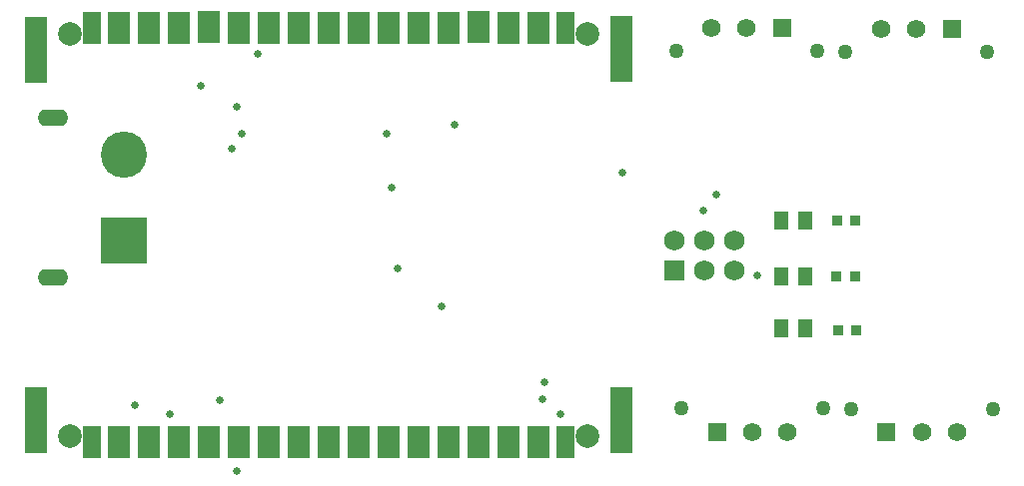
<source format=gbr>
%TF.GenerationSoftware,Altium Limited,Altium Designer,25.4.2 (15)*%
G04 Layer_Color=8388736*
%FSLAX45Y45*%
%MOMM*%
%TF.SameCoordinates,B4779AD4-EA5A-4B61-8BD4-7CBBBCF1F94B*%
%TF.FilePolarity,Negative*%
%TF.FileFunction,Soldermask,Top*%
%TF.Part,Single*%
G01*
G75*
%TA.AperFunction,SMDPad,CuDef*%
%ADD10R,0.85872X0.91213*%
%TA.AperFunction,ComponentPad*%
%ADD29R,1.57000X1.57000*%
%ADD30C,1.57000*%
%ADD31C,1.27000*%
%TA.AperFunction,ConnectorPad*%
%ADD52R,1.49000X2.74000*%
%ADD53R,1.98000X2.74000*%
%ADD54R,1.95000X5.70000*%
%TA.AperFunction,SMDPad,CuDef*%
%ADD55R,1.30000X1.50000*%
%TA.AperFunction,ComponentPad*%
%ADD56C,2.00000*%
%ADD57C,1.75000*%
%ADD58R,1.75000X1.75000*%
%ADD59O,2.60000X1.40000*%
%ADD60R,3.91600X3.91600*%
%ADD61C,3.91600*%
%TA.AperFunction,ViaPad*%
%ADD62C,0.65000*%
D10*
X7854241Y2306100D02*
D03*
X7698900D02*
D03*
X7850071Y1836200D02*
D03*
X7694729D02*
D03*
X7862771Y1379000D02*
D03*
X7707429D02*
D03*
D29*
X7234200Y3938300D02*
D03*
X8673126Y3931700D02*
D03*
X6681174Y515400D02*
D03*
X8120100Y509900D02*
D03*
D30*
X6934200Y3938300D02*
D03*
X6634200D02*
D03*
X8373126Y3931700D02*
D03*
X8073126D02*
D03*
X6981174Y515400D02*
D03*
X7281174D02*
D03*
X8420100Y509900D02*
D03*
X8720100D02*
D03*
D31*
X6334200Y3742300D02*
D03*
X7534200D02*
D03*
X7773126Y3735700D02*
D03*
X8973126D02*
D03*
X7581174Y711400D02*
D03*
X6381174D02*
D03*
X9020100Y705900D02*
D03*
X7820100D02*
D03*
D52*
X5397768Y3943957D02*
D03*
X1384300Y3944400D02*
D03*
Y426500D02*
D03*
X5397500D02*
D03*
D53*
X5168339Y3943421D02*
D03*
X4916452Y3944437D02*
D03*
X4661518Y3945453D02*
D03*
X4406900Y3944400D02*
D03*
X4152900D02*
D03*
X3898900D02*
D03*
X3644900D02*
D03*
X3390900D02*
D03*
X3136900D02*
D03*
X2882900D02*
D03*
X2628900D02*
D03*
X2374900Y3946940D02*
D03*
X2120900Y3944400D02*
D03*
X1866900D02*
D03*
X1615440D02*
D03*
X1612900Y426500D02*
D03*
X1866900D02*
D03*
X2120900D02*
D03*
X2374900D02*
D03*
X2628900D02*
D03*
X2882900D02*
D03*
X3136900D02*
D03*
X3390900D02*
D03*
X3644900D02*
D03*
X3898900D02*
D03*
X4152900D02*
D03*
X4406900D02*
D03*
X4660900D02*
D03*
X4914900D02*
D03*
X5168900D02*
D03*
D54*
X910500Y3758300D02*
D03*
X5873000Y3760800D02*
D03*
X910500Y613300D02*
D03*
X5873000Y615800D02*
D03*
D55*
X7432900Y2306100D02*
D03*
X7222900D02*
D03*
X7432900Y1391700D02*
D03*
X7222900D02*
D03*
X7432900Y1836200D02*
D03*
X7222900D02*
D03*
D56*
X1196340Y3893600D02*
D03*
X1197900Y479840D02*
D03*
X5582920D02*
D03*
Y3893600D02*
D03*
D57*
X6832625Y2141000D02*
D03*
X6578625D02*
D03*
X6324625D02*
D03*
X6832625Y1887000D02*
D03*
X6578625D02*
D03*
D58*
X6324625D02*
D03*
D59*
X1054100Y1826300D02*
D03*
Y3176300D02*
D03*
D60*
X1654100Y2141300D02*
D03*
D61*
Y2861300D02*
D03*
D62*
X6680000Y2530000D02*
D03*
X3977800Y1901007D02*
D03*
X3880000Y3040000D02*
D03*
X2570000Y2920000D02*
D03*
X2655600Y3040000D02*
D03*
X2610000Y3270000D02*
D03*
X2790000Y3720000D02*
D03*
X4350000Y1575000D02*
D03*
X5207700Y794500D02*
D03*
X2467700Y784500D02*
D03*
X7023100Y1840900D02*
D03*
X2311400Y3449100D02*
D03*
X2046600Y665900D02*
D03*
X1752600Y744000D02*
D03*
X5219700Y934500D02*
D03*
X5357525Y665900D02*
D03*
X6565900Y2395000D02*
D03*
X5880100Y2712500D02*
D03*
X4457700Y3118900D02*
D03*
X3924300Y2585500D02*
D03*
X2616200Y185200D02*
D03*
%TF.MD5,2b038e7c2f53fe863a62db37a9afa21a*%
M02*

</source>
